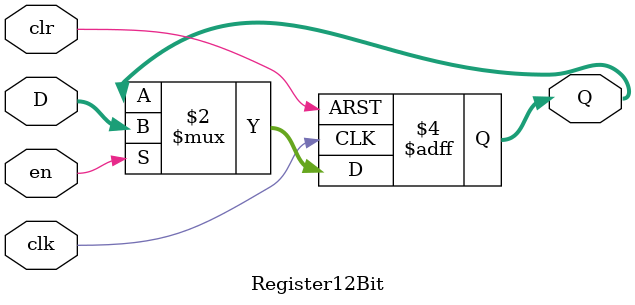
<source format=v>
module Register12Bit(
	input [11:0] D,
	input clk,
	input en,
	input clr,
	output reg [11:0] Q
);
	
	initial begin
		Q <= 12'h000;
	end
	
	always @(posedge clk or posedge clr)
	begin
		if(clr) begin
			Q <= 12'h000;
		end
		else begin
			Q <= en ? D: Q;
		end
	end

endmodule
</source>
